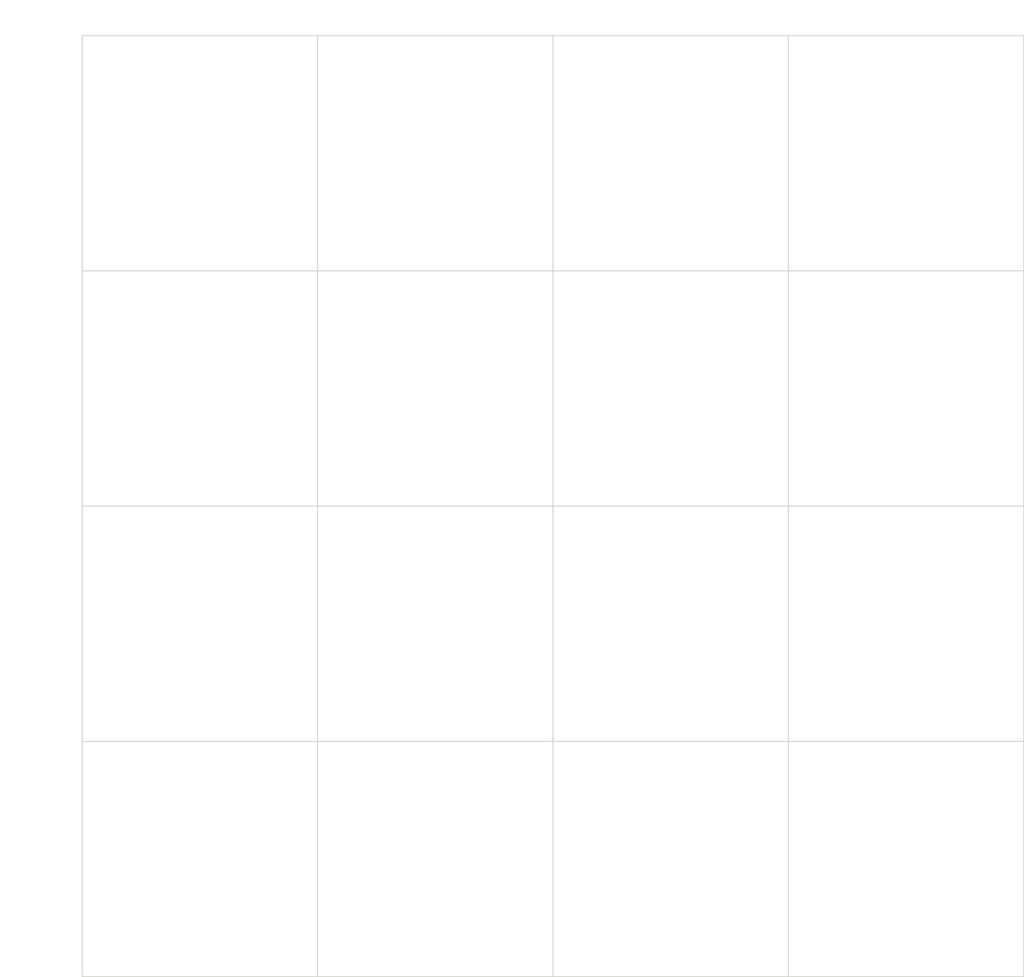
<source format=kicad_pcb>
(kicad_pcb (version 20221018) (generator pcbnew)

  (general
    (thickness 1.6)
  )

  (paper "A4")
  (layers
    (0 "F.Cu" signal)
    (31 "B.Cu" signal)
    (32 "B.Adhes" user "B.Adhesive")
    (33 "F.Adhes" user "F.Adhesive")
    (34 "B.Paste" user)
    (35 "F.Paste" user)
    (36 "B.SilkS" user "B.Silkscreen")
    (37 "F.SilkS" user "F.Silkscreen")
    (38 "B.Mask" user)
    (39 "F.Mask" user)
    (40 "Dwgs.User" user "User.Drawings")
    (41 "Cmts.User" user "User.Comments")
    (42 "Eco1.User" user "User.Eco1")
    (43 "Eco2.User" user "User.Eco2")
    (44 "Edge.Cuts" user)
    (45 "Margin" user)
    (46 "B.CrtYd" user "B.Courtyard")
    (47 "F.CrtYd" user "F.Courtyard")
    (48 "B.Fab" user)
    (49 "F.Fab" user)
    (50 "User.1" user "vcut")
    (51 "User.2" user)
    (52 "User.3" user)
    (53 "User.4" user)
    (54 "User.5" user)
    (55 "User.6" user)
    (56 "User.7" user)
    (57 "User.8" user)
    (58 "User.9" user)
  )

  (setup
    (stackup
      (layer "F.SilkS" (type "Top Silk Screen"))
      (layer "F.Paste" (type "Top Solder Paste"))
      (layer "F.Mask" (type "Top Solder Mask") (thickness 0.01))
      (layer "F.Cu" (type "copper") (thickness 0.035))
      (layer "dielectric 1" (type "core") (thickness 1.51) (material "FR4") (epsilon_r 4.5) (loss_tangent 0.02))
      (layer "B.Cu" (type "copper") (thickness 0.035))
      (layer "B.Mask" (type "Bottom Solder Mask") (thickness 0.01))
      (layer "B.Paste" (type "Bottom Solder Paste"))
      (layer "B.SilkS" (type "Bottom Silk Screen"))
      (layer "F.SilkS" (type "Top Silk Screen"))
      (layer "F.Paste" (type "Top Solder Paste"))
      (layer "F.Mask" (type "Top Solder Mask") (thickness 0.01))
      (layer "F.Cu" (type "copper") (thickness 0.035))
      (layer "dielectric 2" (type "core") (thickness 1.51) (material "FR4") (epsilon_r 4.5) (loss_tangent 0.02))
      (layer "B.Cu" (type "copper") (thickness 0.035))
      (layer "B.Mask" (type "Bottom Solder Mask") (thickness 0.01))
      (layer "B.Paste" (type "Bottom Solder Paste"))
      (layer "B.SilkS" (type "Bottom Silk Screen"))
      (layer "F.SilkS" (type "Top Silk Screen"))
      (layer "F.Paste" (type "Top Solder Paste"))
      (layer "F.Mask" (type "Top Solder Mask") (thickness 0.01))
      (layer "F.Cu" (type "copper") (thickness 0.035))
      (layer "dielectric 1" (type "core") (thickness 1.51) (material "FR4") (epsilon_r 4.5) (loss_tangent 0.02))
      (layer "B.Cu" (type "copper") (thickness 0.035))
      (layer "B.Mask" (type "Bottom Solder Mask") (thickness 0.01))
      (layer "B.Paste" (type "Bottom Solder Paste"))
      (layer "B.SilkS" (type "Bottom Silk Screen"))
      (layer "F.SilkS" (type "Top Silk Screen"))
      (layer "F.Paste" (type "Top Solder Paste"))
      (layer "F.Mask" (type "Top Solder Mask") (thickness 0.01))
      (layer "F.Cu" (type "copper") (thickness 0.035))
      (layer "dielectric 2" (type "core") (thickness 1.51) (material "FR4") (epsilon_r 4.5) (loss_tangent 0.02))
      (layer "B.Cu" (type "copper") (thickness 0.035))
      (layer "B.Mask" (type "Bottom Solder Mask") (thickness 0.01))
      (layer "B.Paste" (type "Bottom Solder Paste"))
      (layer "B.SilkS" (type "Bottom Silk Screen"))
      (layer "F.SilkS" (type "Top Silk Screen"))
      (layer "F.Paste" (type "Top Solder Paste"))
      (layer "F.Mask" (type "Top Solder Mask") (thickness 0.01))
      (layer "F.Cu" (type "copper") (thickness 0.035))
      (layer "dielectric 3" (type "core") (thickness 1.51) (material "FR4") (epsilon_r 4.5) (loss_tangent 0.02))
      (layer "B.Cu" (type "copper") (thickness 0.035))
      (layer "B.Mask" (type "Bottom Solder Mask") (thickness 0.01))
      (layer "B.Paste" (type "Bottom Solder Paste"))
      (layer "B.SilkS" (type "Bottom Silk Screen"))
      (layer "F.SilkS" (type "Top Silk Screen"))
      (layer "F.Paste" (type "Top Solder Paste"))
      (layer "F.Mask" (type "Top Solder Mask") (thickness 0.01))
      (layer "F.Cu" (type "copper") (thickness 0.035))
      (layer "dielectric 1" (type "core") (thickness 1.51) (material "FR4") (epsilon_r 4.5) (loss_tangent 0.02))
      (layer "B.Cu" (type "copper") (thickness 0.035))
      (layer "B.Mask" (type "Bottom Solder Mask") (thickness 0.01))
      (layer "B.Paste" (type "Bottom Solder Paste"))
      (layer "B.SilkS" (type "Bottom Silk Screen"))
      (layer "F.SilkS" (type "Top Silk Screen"))
      (layer "F.Paste" (type "Top Solder Paste"))
      (layer "F.Mask" (type "Top Solder Mask") (thickness 0.01))
      (layer "F.Cu" (type "copper") (thickness 0.035))
      (layer "dielectric 2" (type "core") (thickness 1.51) (material "FR4") (epsilon_r 4.5) (loss_tangent 0.02))
      (layer "B.Cu" (type "copper") (thickness 0.035))
      (layer "B.Mask" (type "Bottom Solder Mask") (thickness 0.01))
      (layer "B.Paste" (type "Bottom Solder Paste"))
      (layer "B.SilkS" (type "Bottom Silk Screen"))
      (layer "F.SilkS" (type "Top Silk Screen"))
      (layer "F.Paste" (type "Top Solder Paste"))
      (layer "F.Mask" (type "Top Solder Mask") (thickness 0.01))
      (layer "F.Cu" (type "copper") (thickness 0.035))
      (layer "dielectric 3" (type "core") (thickness 1.51) (material "FR4") (epsilon_r 4.5) (loss_tangent 0.02))
      (layer "B.Cu" (type "copper") (thickness 0.035))
      (layer "B.Mask" (type "Bottom Solder Mask") (thickness 0.01))
      (layer "B.Paste" (type "Bottom Solder Paste"))
      (layer "B.SilkS" (type "Bottom Silk Screen"))
      (layer "F.SilkS" (type "Top Silk Screen"))
      (layer "F.Paste" (type "Top Solder Paste"))
      (layer "F.Mask" (type "Top Solder Mask") (thickness 0.01))
      (layer "F.Cu" (type "copper") (thickness 0.035))
      (layer "dielectric 1" (type "core") (thickness 1.51) (material "FR4") (epsilon_r 4.5) (loss_tangent 0.02))
      (layer "B.Cu" (type "copper") (thickness 0.035))
      (layer "B.Mask" (type "Bottom Solder Mask") (thickness 0.01))
      (layer "B.Paste" (type "Bottom Solder Paste"))
      (layer "B.SilkS" (type "Bottom Silk Screen"))
      (layer "F.SilkS" (type "Top Silk Screen"))
      (layer "F.Paste" (type "Top Solder Paste"))
      (layer "F.Mask" (type "Top Solder Mask") (thickness 0.01))
      (layer "F.Cu" (type "copper") (thickness 0.035))
      (layer "dielectric 2" (type "core") (thickness 1.51) (material "FR4") (epsilon_r 4.5) (loss_tangent 0.02))
      (layer "B.Cu" (type "copper") (thickness 0.035))
      (layer "B.Mask" (type "Bottom Solder Mask") (thickness 0.01))
      (layer "B.Paste" (type "Bottom Solder Paste"))
      (layer "B.SilkS" (type "Bottom Silk Screen"))
      (layer "F.SilkS" (type "Top Silk Screen"))
      (layer "F.Paste" (type "Top Solder Paste"))
      (layer "F.Mask" (type "Top Solder Mask") (thickness 0.01))
      (layer "F.Cu" (type "copper") (thickness 0.035))
      (layer "dielectric 3" (type "core") (thickness 1.51) (material "FR4") (epsilon_r 4.5) (loss_tangent 0.02))
      (layer "B.Cu" (type "copper") (thickness 0.035))
      (layer "B.Mask" (type "Bottom Solder Mask") (thickness 0.01))
      (layer "B.Paste" (type "Bottom Solder Paste"))
      (layer "B.SilkS" (type "Bottom Silk Screen"))
      (layer "F.SilkS" (type "Top Silk Screen"))
      (layer "F.Paste" (type "Top Solder Paste"))
      (layer "F.Mask" (type "Top Solder Mask") (thickness 0.01))
      (layer "F.Cu" (type "copper") (thickness 0.035))
      (layer "dielectric 1" (type "core") (thickness 1.51) (material "FR4") (epsilon_r 4.5) (loss_tangent 0.02))
      (layer "B.Cu" (type "copper") (thickness 0.035))
      (layer "B.Mask" (type "Bottom Solder Mask") (thickness 0.01))
      (layer "B.Paste" (type "Bottom Solder Paste"))
      (layer "B.SilkS" (type "Bottom Silk Screen"))
      (layer "F.SilkS" (type "Top Silk Screen"))
      (layer "F.Paste" (type "Top Solder Paste"))
      (layer "F.Mask" (type "Top Solder Mask") (thickness 0.01))
      (layer "F.Cu" (type "copper") (thickness 0.035))
      (layer "dielectric 2" (type "core") (thickness 1.51) (material "FR4") (epsilon_r 4.5) (loss_tangent 0.02))
      (layer "B.Cu" (type "copper") (thickness 0.035))
      (layer "B.Mask" (type "Bottom Solder Mask") (thickness 0.01))
      (layer "B.Paste" (type "Bottom Solder Paste"))
      (layer "B.SilkS" (type "Bottom Silk Screen"))
      (layer "F.SilkS" (type "Top Silk Screen"))
      (layer "F.Paste" (type "Top Solder Paste"))
      (layer "F.Mask" (type "Top Solder Mask") (thickness 0.01))
      (layer "F.Cu" (type "copper") (thickness 0.035))
      (layer "dielectric 3" (type "core") (thickness 1.51) (material "FR4") (epsilon_r 4.5) (loss_tangent 0.02))
      (layer "B.Cu" (type "copper") (thickness 0.035))
      (layer "B.Mask" (type "Bottom Solder Mask") (thickness 0.01))
      (layer "B.Paste" (type "Bottom Solder Paste"))
      (layer "B.SilkS" (type "Bottom Silk Screen"))
      (layer "F.SilkS" (type "Top Silk Screen"))
      (layer "F.Paste" (type "Top Solder Paste"))
      (layer "F.Mask" (type "Top Solder Mask") (thickness 0.01))
      (layer "F.Cu" (type "copper") (thickness 0.035))
      (layer "dielectric 1" (type "core") (thickness 1.51) (material "FR4") (epsilon_r 4.5) (loss_tangent 0.02))
      (layer "B.Cu" (type "copper") (thickness 0.035))
      (layer "B.Mask" (type "Bottom Solder Mask") (thickness 0.01))
      (layer "B.Paste" (type "Bottom Solder Paste"))
      (layer "B.SilkS" (type "Bottom Silk Screen"))
      (layer "F.SilkS" (type "Top Silk Screen"))
      (layer "F.Paste" (type "Top Solder Paste"))
      (layer "F.Mask" (type "Top Solder Mask") (thickness 0.01))
      (layer "F.Cu" (type "copper") (thickness 0.035))
      (layer "dielectric 2" (type "core") (thickness 1.51) (material "FR4") (epsilon_r 4.5) (loss_tangent 0.02))
      (layer "B.Cu" (type "copper") (thickness 0.035))
      (layer "B.Mask" (type "Bottom Solder Mask") (thickness 0.01))
      (layer "B.Paste" (type "Bottom Solder Paste"))
      (layer "B.SilkS" (type "Bottom Silk Screen"))
      (layer "F.SilkS" (type "Top Silk Screen"))
      (layer "F.Paste" (type "Top Solder Paste"))
      (layer "F.Mask" (type "Top Solder Mask") (thickness 0.01))
      (layer "F.Cu" (type "copper") (thickness 0.035))
      (layer "dielectric 3" (type "core") (thickness 1.51) (material "FR4") (epsilon_r 4.5) (loss_tangent 0.02))
      (layer "B.Cu" (type "copper") (thickness 0.035))
      (layer "B.Mask" (type "Bottom Solder Mask") (thickness 0.01))
      (layer "B.Paste" (type "Bottom Solder Paste"))
      (layer "B.SilkS" (type "Bottom Silk Screen"))
      (layer "F.SilkS" (type "Top Silk Screen"))
      (layer "F.Paste" (type "Top Solder Paste"))
      (layer "F.Mask" (type "Top Solder Mask") (thickness 0.01))
      (layer "F.Cu" (type "copper") (thickness 0.035))
      (layer "dielectric 1" (type "core") (thickness 1.51) (material "FR4") (epsilon_r 4.5) (loss_tangent 0.02))
      (layer "B.Cu" (type "copper") (thickness 0.035))
      (layer "B.Mask" (type "Bottom Solder Mask") (thickness 0.01))
      (layer "B.Paste" (type "Bottom Solder Paste"))
      (layer "B.SilkS" (type "Bottom Silk Screen"))
      (layer "F.SilkS" (type "Top Silk Screen"))
      (layer "F.Paste" (type "Top Solder Paste"))
      (layer "F.Mask" (type "Top Solder Mask") (thickness 0.01))
      (layer "F.Cu" (type "copper") (thickness 0.035))
      (layer "dielectric 2" (type "core") (thickness 1.51) (material "FR4") (epsilon_r 4.5) (loss_tangent 0.02))
      (layer "B.Cu" (type "copper") (thickness 0.035))
      (layer "B.Mask" (type "Bottom Solder Mask") (thickness 0.01))
      (layer "B.Paste" (type "Bottom Solder Paste"))
      (layer "B.SilkS" (type "Bottom Silk Screen"))
      (layer "F.SilkS" (type "Top Silk Screen"))
      (layer "F.Paste" (type "Top Solder Paste"))
      (layer "F.Mask" (type "Top Solder Mask") (thickness 0.01))
      (layer "F.Cu" (type "copper") (thickness 0.035))
      (layer "dielectric 3" (type "core") (thickness 1.51) (material "FR4") (epsilon_r 4.5) (loss_tangent 0.02))
      (layer "B.Cu" (type "copper") (thickness 0.035))
      (layer "B.Mask" (type "Bottom Solder Mask") (thickness 0.01))
      (layer "B.Paste" (type "Bottom Solder Paste"))
      (layer "B.SilkS" (type "Bottom Silk Screen"))
      (layer "F.SilkS" (type "Top Silk Screen"))
      (layer "F.Paste" (type "Top Solder Paste"))
      (layer "F.Mask" (type "Top Solder Mask") (thickness 0.01))
      (layer "F.Cu" (type "copper") (thickness 0.035))
      (layer "dielectric 1" (type "core") (thickness 1.51) (material "FR4") (epsilon_r 4.5) (loss_tangent 0.02))
      (layer "B.Cu" (type "copper") (thickness 0.035))
      (layer "B.Mask" (type "Bottom Solder Mask") (thickness 0.01))
      (layer "B.Paste" (type "Bottom Solder Paste"))
      (layer "B.SilkS" (type "Bottom Silk Screen"))
      (layer "F.SilkS" (type "Top Silk Screen"))
      (layer "F.Paste" (type "Top Solder Paste"))
      (layer "F.Mask" (type "Top Solder Mask") (thickness 0.01))
      (layer "F.Cu" (type "copper") (thickness 0.035))
      (layer "dielectric 2" (type "core") (thickness 1.51) (material "FR4") (epsilon_r 4.5) (loss_tangent 0.02))
      (layer "B.Cu" (type "copper") (thickness 0.035))
      (layer "B.Mask" (type "Bottom Solder Mask") (thickness 0.01))
      (layer "B.Paste" (type "Bottom Solder Paste"))
      (layer "B.SilkS" (type "Bottom Silk Screen"))
      (layer "F.SilkS" (type "Top Silk Screen"))
      (layer "F.Paste" (type "Top Solder Paste"))
      (layer "F.Mask" (type "Top Solder Mask") (thickness 0.01))
      (layer "F.Cu" (type "copper") (thickness 0.035))
      (layer "dielectric 3" (type "core") (thickness 1.51) (material "FR4") (epsilon_r 4.5) (loss_tangent 0.02))
      (layer "B.Cu" (type "copper") (thickness 0.035))
      (layer "B.Mask" (type "Bottom Solder Mask") (thickness 0.01))
      (layer "B.Paste" (type "Bottom Solder Paste"))
      (layer "B.SilkS" (type "Bottom Silk Screen"))
      (layer "F.SilkS" (type "Top Silk Screen"))
      (layer "F.Paste" (type "Top Solder Paste"))
      (layer "F.Mask" (type "Top Solder Mask") (thickness 0.01))
      (layer "F.Cu" (type "copper") (thickness 0.035))
      (layer "dielectric 1" (type "core") (thickness 1.51) (material "FR4") (epsilon_r 4.5) (loss_tangent 0.02))
      (layer "B.Cu" (type "copper") (thickness 0.035))
      (layer "B.Mask" (type "Bottom Solder Mask") (thickness 0.01))
      (layer "B.Paste" (type "Bottom Solder Paste"))
      (layer "B.SilkS" (type "Bottom Silk Screen"))
      (layer "F.SilkS" (type "Top Silk Screen"))
      (layer "F.Paste" (type "Top Solder Paste"))
      (layer "F.Mask" (type "Top Solder Mask") (thickness 0.01))
      (layer "F.Cu" (type "copper") (thickness 0.035))
      (layer "dielectric 2" (type "core") (thickness 1.51) (material "FR4") (epsilon_r 4.5) (loss_tangent 0.02))
      (layer "B.Cu" (type "copper") (thickness 0.035))
      (layer "B.Mask" (type "Bottom Solder Mask") (thickness 0.01))
      (layer "B.Paste" (type "Bottom Solder Paste"))
      (layer "B.SilkS" (type "Bottom Silk Screen"))
      (layer "F.SilkS" (type "Top Silk Screen"))
      (layer "F.Paste" (type "Top Solder Paste"))
      (layer "F.Mask" (type "Top Solder Mask") (thickness 0.01))
      (layer "F.Cu" (type "copper") (thickness 0.035))
      (layer "dielectric 3" (type "core") (thickness 1.51) (material "FR4") (epsilon_r 4.5) (loss_tangent 0.02))
      (layer "B.Cu" (type "copper") (thickness 0.035))
      (layer "B.Mask" (type "Bottom Solder Mask") (thickness 0.01))
      (layer "B.Paste" (type "Bottom Solder Paste"))
      (layer "B.SilkS" (type "Bottom Silk Screen"))
      (layer "F.SilkS" (type "Top Silk Screen"))
      (layer "F.Paste" (type "Top Solder Paste"))
      (layer "F.Mask" (type "Top Solder Mask") (thickness 0.01))
      (layer "F.Cu" (type "copper") (thickness 0.035))
      (layer "dielectric 1" (type "core") (thickness 1.51) (material "FR4") (epsilon_r 4.5) (loss_tangent 0.02))
      (layer "B.Cu" (type "copper") (thickness 0.035))
      (layer "B.Mask" (type "Bottom Solder Mask") (thickness 0.01))
      (layer "B.Paste" (type "Bottom Solder Paste"))
      (layer "B.SilkS" (type "Bottom Silk Screen"))
      (layer "F.SilkS" (type "Top Silk Screen"))
      (layer "F.Paste" (type "Top Solder Paste"))
      (layer "F.Mask" (type "Top Solder Mask") (thickness 0.01))
      (layer "F.Cu" (type "copper") (thickness 0.035))
      (layer "dielectric 2" (type "core") (thickness 1.51) (material "FR4") (epsilon_r 4.5) (loss_tangent 0.02))
      (layer "B.Cu" (type "copper") (thickness 0.035))
      (layer "B.Mask" (type "Bottom Solder Mask") (thickness 0.01))
      (layer "B.Paste" (type "Bottom Solder Paste"))
      (layer "B.SilkS" (type "Bottom Silk Screen"))
      (layer "F.SilkS" (type "Top Silk Screen"))
      (layer "F.Paste" (type "Top Solder Paste"))
      (layer "F.Mask" (type "Top Solder Mask") (thickness 0.01))
      (layer "F.Cu" (type "copper") (thickness 0.035))
      (layer "dielectric 3" (type "core") (thickness 1.51) (material "FR4") (epsilon_r 4.5) (loss_tangent 0.02))
      (layer "B.Cu" (type "copper") (thickness 0.035))
      (layer "B.Mask" (type "Bottom Solder Mask") (thickness 0.01))
      (layer "B.Paste" (type "Bottom Solder Paste"))
      (layer "B.SilkS" (type "Bottom Silk Screen"))
      (layer "F.SilkS" (type "Top Silk Screen"))
      (layer "F.Paste" (type "Top Solder Paste"))
      (layer "F.Mask" (type "Top Solder Mask") (thickness 0.01))
      (layer "F.Cu" (type "copper") (thickness 0.035))
      (layer "dielectric 1" (type "core") (thickness 1.51) (material "FR4") (epsilon_r 4.5) (loss_tangent 0.02))
      (layer "B.Cu" (type "copper") (thickness 0.035))
      (layer "B.Mask" (type "Bottom Solder Mask") (thickness 0.01))
      (layer "B.Paste" (type "Bottom Solder Paste"))
      (layer "B.SilkS" (type "Bottom Silk Screen"))
      (layer "F.SilkS" (type "Top Silk Screen"))
      (layer "F.Paste" (type "Top Solder Paste"))
      (layer "F.Mask" (type "Top Solder Mask") (thickness 0.01))
      (layer "F.Cu" (type "copper") (thickness 0.035))
      (layer "dielectric 2" (type "core") (thickness 1.51) (material "FR4") (epsilon_r 4.5) (loss_tangent 0.02))
      (layer "B.Cu" (type "copper") (thickness 0.035))
      (layer "B.Mask" (type "Bottom Solder Mask") (thickness 0.01))
      (layer "B.Paste" (type "Bottom Solder Paste"))
      (layer "B.SilkS" (type "Bottom Silk Screen"))
      (layer "F.SilkS" (type "Top Silk Screen"))
      (layer "F.Paste" (type "Top Solder Paste"))
      (layer "F.Mask" (type "Top Solder Mask") (thickness 0.01))
      (layer "F.Cu" (type "copper") (thickness 0.035))
      (layer "dielectric 3" (type "core") (thickness 1.51) (material "FR4") (epsilon_r 4.5) (loss_tangent 0.02))
      (layer "B.Cu" (type "copper") (thickness 0.035))
      (layer "B.Mask" (type "Bottom Solder Mask") (thickness 0.01))
      (layer "B.Paste" (type "Bottom Solder Paste"))
      (layer "B.SilkS" (type "Bottom Silk Screen"))
      (copper_finish "None")
      (dielectric_constraints no)
    )
    (pad_to_mask_clearance 0)
    (aux_axis_origin 40 40)
    (grid_origin 40 40)
    (pcbplotparams
      (layerselection 0x00010fc_ffffffff)
      (plot_on_all_layers_selection 0x0000000_00000000)
      (disableapertmacros false)
      (usegerberextensions true)
      (usegerberattributes false)
      (usegerberadvancedattributes false)
      (creategerberjobfile false)
      (dashed_line_dash_ratio 12.000000)
      (dashed_line_gap_ratio 3.000000)
      (svgprecision 4)
      (plotframeref false)
      (viasonmask false)
      (mode 1)
      (useauxorigin false)
      (hpglpennumber 1)
      (hpglpenspeed 20)
      (hpglpendiameter 15.000000)
      (dxfpolygonmode true)
      (dxfimperialunits true)
      (dxfusepcbnewfont true)
      (psnegative false)
      (psa4output false)
      (plotreference true)
      (plotvalue false)
      (plotinvisibletext false)
      (sketchpadsonfab false)
      (subtractmaskfromsilk true)
      (outputformat 1)
      (mirror false)
      (drillshape 0)
      (scaleselection 1)
      (outputdirectory "fab/v1.1_singlepcb/")
    )
  )

  (net 0 "")

  (gr_circle locked (center 55 55) (end 55.5 55)
    (stroke (width 0.01) (type default)) (fill none) (layer "Dwgs.User") (tstamp 5c818871-3976-41ca-9c35-a26d46db7863))
  (gr_line locked (start 54.5 55) (end 55.5 55)
    (stroke (width 0.01) (type default)) (layer "Dwgs.User") (tstamp 8cd95866-5493-4376-865a-fb9776ed0ba5))
  (gr_line locked (start 55 54.5) (end 55 55.5)
    (stroke (width 0.01) (type default)) (layer "Dwgs.User") (tstamp e4e57c88-5bb8-4f81-8b9d-3b5b56909e59))
  (gr_line (start 130 55) (end 130 155)
    (stroke (width 0.1) (type default)) (layer "Edge.Cuts") (tstamp 399fe2e4-1281-48b8-922c-4e57aa4c2f9d))
  (gr_line (start 80 55) (end 80 155)
    (stroke (width 0.1) (type default)) (layer "Edge.Cuts") (tstamp 3b052768-2721-47e2-92de-3756475ad533))
  (gr_line (start 105 55) (end 105 155)
    (stroke (width 0.1) (type default)) (layer "Edge.Cuts") (tstamp 6b147580-f4b0-4884-a8bb-f1823d10fecd))
  (gr_line (start 55 80) (end 155 80)
    (stroke (width 0.1) (type default)) (layer "Edge.Cuts") (tstamp 6ef7e695-baff-47dc-a576-7622d79452b6))
  (gr_line (start 55 130) (end 155 130)
    (stroke (width 0.1) (type default)) (layer "Edge.Cuts") (tstamp bff527c8-a8bc-490b-b5ec-0c5e1758e8eb))
  (gr_rect (start 55 55) (end 155 155)
    (stroke (width 0.1) (type default)) (fill none) (layer "Edge.Cuts") (tstamp e2dc3eec-bf50-48ff-9008-f49ffb68a731))
  (gr_line (start 55 105) (end 155 105)
    (stroke (width 0.1) (type default)) (layer "Edge.Cuts") (tstamp f2673707-f77e-466c-b5bf-4e76ced99c95))
  (dimension (type aligned) (layer "Cmts.User") (tstamp 92ede70f-c400-4d0d-af1a-5617982088ab)
    (pts (xy 55 55) (xy 80 55))
    (height -1.79)
    (gr_text "25,0000 mm" (at 67.5 52.06) (layer "Cmts.User") (tstamp 92ede70f-c400-4d0d-af1a-5617982088ab)
      (effects (font (size 1 1) (thickness 0.15)))
    )
    (format (prefix "") (suffix "") (units 3) (units_format 1) (precision 4))
    (style (thickness 0.1) (arrow_length 1.27) (text_position_mode 0) (extension_height 0.58642) (extension_offset 0.5) keep_text_aligned)
  )
  (dimension (type aligned) (layer "Cmts.User") (tstamp f3910baf-224f-4a6b-a905-b45e52e0fa1e)
    (pts (xy 55 55) (xy 55 80))
    (height 2.649999)
    (gr_text "25,0000 mm" (at 51.200001 67.5 90) (layer "Cmts.User") (tstamp f3910baf-224f-4a6b-a905-b45e52e0fa1e)
      (effects (font (size 1 1) (thickness 0.15)))
    )
    (format (prefix "") (suffix "") (units 3) (units_format 1) (precision 4))
    (style (thickness 0.1) (arrow_length 1.27) (text_position_mode 0) (extension_height 0.58642) (extension_offset 0.5) keep_text_aligned)
  )

)

</source>
